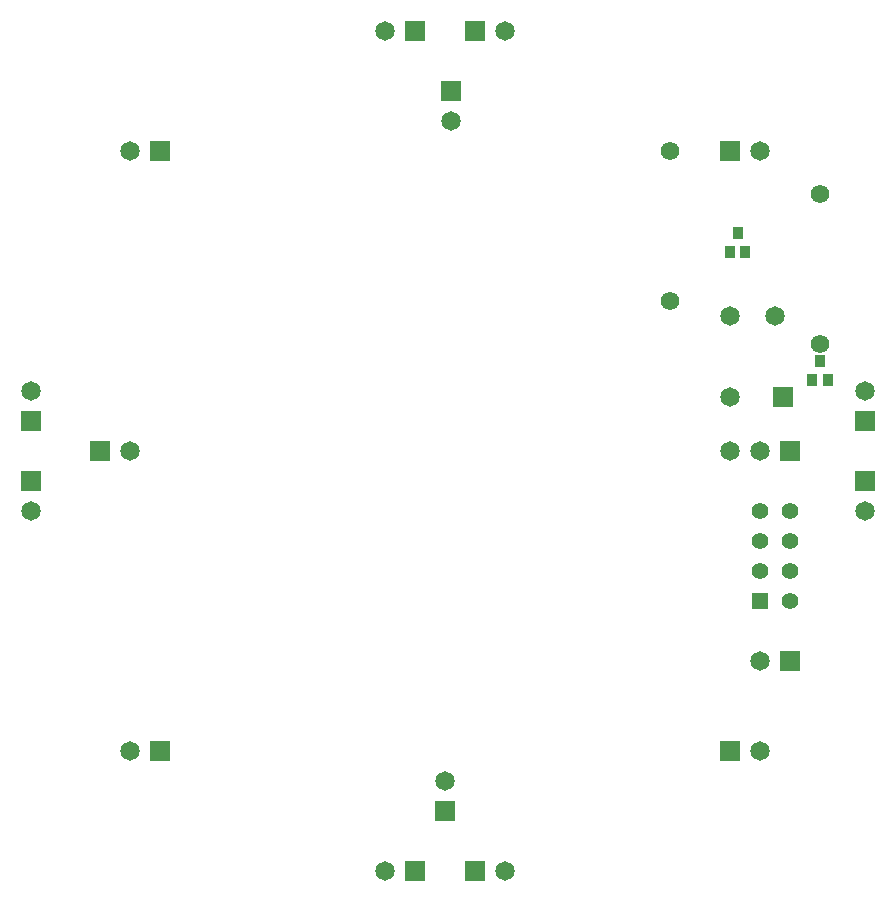
<source format=gbs>
G04 -- Generated By PCBWeb Designer*
%FSLAX24Y24*%
%MOIN*%
%OFA0B0*%
%SFA1.0B1.0*%
%AMROTRECT*21,1,$1,$2,0,0,$3*%
%AMROTOBLONG*1,1,$7,$1,$2*1,1,$7,$3,$4*21,1,$5,$6,0,0,$8*%
%ADD10C,0.025*%
%ADD11R,0.045X0.045*%
%ADD12C,0.03*%
%ADD13R,0.055X0.055*%
%ADD14C,0.045*%
%ADD15C,0.055*%
%ADD16C,0.01*%
%ADD17C,0.008*%
%ADD18C,0.024*%
%ADD19C,0.035*%
%ADD20R,0.065X0.065*%
%ADD21C,0.032*%
%ADD22C,0.065*%
%ADD23C,0.005*%
%ADD24C,0.021*%
%ADD25R,0.0591X0.0512*%
%ADD26R,0.0691X0.0612*%
%ADD27R,0.0236X0.0315*%
%ADD28R,0.0336X0.0415*%
%ADD29C,0.033*%
%ADD30C,0.033*%
%ADD31C,0.026*%
%ADD32C,0.015*%
%ADD33C,0.031*%
%ADD34C,0.052*%
%ADD35C,0.062*%
%ADD36C,0.0*%
%ADD37C,0.0275*%
G01*
%LNSTD*%
%LPD*%
G54D13*
X26000Y10500D03*
G54D15*
X27000Y10500D03*
X26000Y11500D03*
X27000Y11500D03*
X26000Y12500D03*
X27000Y12500D03*
X26000Y13500D03*
X27000Y13500D03*
G54D20*
X27000Y8500D03*
G54D22*
X26000Y8500D03*
G54D20*
X27000Y15500D03*
G54D22*
X26000Y15500D03*
X25000Y15500D03*
G54D28*
X28000Y18500D03*
X28256Y17870D03*
X27744Y17870D03*
X25250Y22750D03*
X25506Y22120D03*
X24994Y22120D03*
G54D20*
X25000Y25500D03*
G54D22*
X26000Y25500D03*
G54D20*
X6000Y5500D03*
G54D22*
X5000Y5500D03*
G54D20*
X25000Y5500D03*
G54D22*
X26000Y5500D03*
G54D20*
X16500Y1500D03*
G54D22*
X17500Y1500D03*
G54D20*
X14500Y29500D03*
G54D22*
X13500Y29500D03*
G54D20*
X29500Y16500D03*
G54D22*
X29500Y17500D03*
G54D20*
X1700Y14500D03*
G54D22*
X1700Y13500D03*
G54D20*
X26750Y17300D03*
G54D22*
X25000Y17300D03*
G54D20*
X14500Y1500D03*
G54D22*
X13500Y1500D03*
G54D20*
X29500Y14500D03*
G54D22*
X29500Y13500D03*
G54D20*
X1700Y16500D03*
G54D22*
X1700Y17500D03*
G54D20*
X16500Y29500D03*
G54D22*
X17500Y29500D03*
G54D20*
X6000Y25500D03*
G54D22*
X5000Y25500D03*
X26500Y20000D03*
X25000Y20000D03*
G54D20*
X4000Y15500D03*
G54D22*
X5000Y15500D03*
G54D20*
X15700Y27500D03*
G54D22*
X15700Y26500D03*
G54D20*
X15500Y3500D03*
G54D22*
X15500Y4500D03*
G54D35*
X23000Y20500D03*
X23000Y25500D03*
X28000Y24050D03*
X28000Y19050D03*
M02*

</source>
